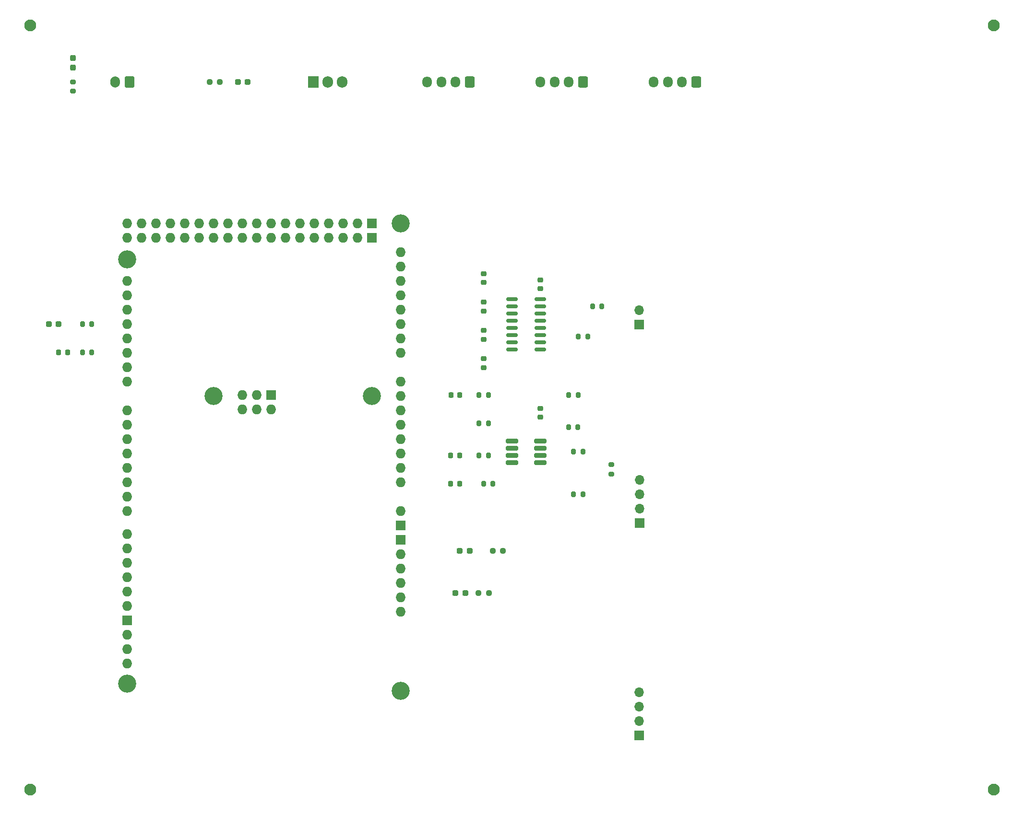
<source format=gbr>
%TF.GenerationSoftware,KiCad,Pcbnew,(7.0.0)*%
%TF.CreationDate,2023-11-10T08:28:01+01:00*%
%TF.ProjectId,AbuDhabi_ElectronBeam,41627544-6861-4626-995f-456c65637472,rev?*%
%TF.SameCoordinates,PXa6e49c0PYcef2840*%
%TF.FileFunction,Soldermask,Top*%
%TF.FilePolarity,Negative*%
%FSLAX46Y46*%
G04 Gerber Fmt 4.6, Leading zero omitted, Abs format (unit mm)*
G04 Created by KiCad (PCBNEW (7.0.0)) date 2023-11-10 08:28:01*
%MOMM*%
%LPD*%
G01*
G04 APERTURE LIST*
G04 Aperture macros list*
%AMRoundRect*
0 Rectangle with rounded corners*
0 $1 Rounding radius*
0 $2 $3 $4 $5 $6 $7 $8 $9 X,Y pos of 4 corners*
0 Add a 4 corners polygon primitive as box body*
4,1,4,$2,$3,$4,$5,$6,$7,$8,$9,$2,$3,0*
0 Add four circle primitives for the rounded corners*
1,1,$1+$1,$2,$3*
1,1,$1+$1,$4,$5*
1,1,$1+$1,$6,$7*
1,1,$1+$1,$8,$9*
0 Add four rect primitives between the rounded corners*
20,1,$1+$1,$2,$3,$4,$5,0*
20,1,$1+$1,$4,$5,$6,$7,0*
20,1,$1+$1,$6,$7,$8,$9,0*
20,1,$1+$1,$8,$9,$2,$3,0*%
G04 Aperture macros list end*
%ADD10RoundRect,0.250000X0.600000X0.750000X-0.600000X0.750000X-0.600000X-0.750000X0.600000X-0.750000X0*%
%ADD11O,1.700000X2.000000*%
%ADD12R,1.905000X2.000000*%
%ADD13O,1.905000X2.000000*%
%ADD14RoundRect,0.200000X0.200000X0.275000X-0.200000X0.275000X-0.200000X-0.275000X0.200000X-0.275000X0*%
%ADD15RoundRect,0.250000X0.600000X0.725000X-0.600000X0.725000X-0.600000X-0.725000X0.600000X-0.725000X0*%
%ADD16O,1.700000X1.950000*%
%ADD17RoundRect,0.200000X-0.200000X-0.275000X0.200000X-0.275000X0.200000X0.275000X-0.200000X0.275000X0*%
%ADD18RoundRect,0.237500X0.287500X0.237500X-0.287500X0.237500X-0.287500X-0.237500X0.287500X-0.237500X0*%
%ADD19RoundRect,0.225000X0.250000X-0.225000X0.250000X0.225000X-0.250000X0.225000X-0.250000X-0.225000X0*%
%ADD20RoundRect,0.237500X-0.250000X-0.237500X0.250000X-0.237500X0.250000X0.237500X-0.250000X0.237500X0*%
%ADD21RoundRect,0.225000X-0.250000X0.225000X-0.250000X-0.225000X0.250000X-0.225000X0.250000X0.225000X0*%
%ADD22RoundRect,0.150000X-0.825000X-0.150000X0.825000X-0.150000X0.825000X0.150000X-0.825000X0.150000X0*%
%ADD23RoundRect,0.218750X0.218750X0.256250X-0.218750X0.256250X-0.218750X-0.256250X0.218750X-0.256250X0*%
%ADD24C,2.100000*%
%ADD25RoundRect,0.237500X0.250000X0.237500X-0.250000X0.237500X-0.250000X-0.237500X0.250000X-0.237500X0*%
%ADD26RoundRect,0.237500X-0.287500X-0.237500X0.287500X-0.237500X0.287500X0.237500X-0.287500X0.237500X0*%
%ADD27R,1.700000X1.700000*%
%ADD28O,1.700000X1.700000*%
%ADD29RoundRect,0.237500X0.237500X-0.287500X0.237500X0.287500X-0.237500X0.287500X-0.237500X-0.287500X0*%
%ADD30RoundRect,0.200000X-0.275000X0.200000X-0.275000X-0.200000X0.275000X-0.200000X0.275000X0.200000X0*%
%ADD31RoundRect,0.143300X-0.943700X-0.253700X0.943700X-0.253700X0.943700X0.253700X-0.943700X0.253700X0*%
%ADD32C,3.200000*%
%ADD33O,1.727200X1.727200*%
%ADD34R,1.727200X1.727200*%
G04 APERTURE END LIST*
D10*
%TO.C,J19*%
X22500000Y130000000D03*
D11*
X19999999Y129999999D03*
%TD*%
D12*
%TO.C,U2*%
X54919999Y129999999D03*
D13*
X57459999Y129999999D03*
X59999999Y129999999D03*
%TD*%
D14*
%TO.C,R13*%
X102475000Y64687000D03*
X100825000Y64687000D03*
%TD*%
D15*
%TO.C,J12*%
X102500000Y130000000D03*
D16*
X99999999Y129999999D03*
X97499999Y129999999D03*
X94999999Y129999999D03*
%TD*%
D17*
%TO.C,R6*%
X14175000Y87187000D03*
X15825000Y87187000D03*
%TD*%
D18*
%TO.C,D6*%
X10000000Y87187000D03*
X8250000Y87187000D03*
%TD*%
D19*
%TO.C,C5*%
X85025000Y89547000D03*
X85025000Y91097000D03*
%TD*%
D18*
%TO.C,D3*%
X82500000Y47187000D03*
X80750000Y47187000D03*
%TD*%
D20*
%TO.C,R4*%
X84087500Y39687000D03*
X85912500Y39687000D03*
%TD*%
D21*
%TO.C,C1*%
X85025000Y96097000D03*
X85025000Y94547000D03*
%TD*%
D22*
%TO.C,U3*%
X90025000Y91632000D03*
X90025000Y90362000D03*
X90025000Y89092000D03*
X90025000Y87822000D03*
X90025000Y86552000D03*
X90025000Y85282000D03*
X90025000Y84012000D03*
X90025000Y82742000D03*
X94975000Y82742000D03*
X94975000Y84012000D03*
X94975000Y85282000D03*
X94975000Y86552000D03*
X94975000Y87822000D03*
X94975000Y89092000D03*
X94975000Y90362000D03*
X94975000Y91632000D03*
%TD*%
D23*
%TO.C,D11*%
X80762500Y64052000D03*
X79187500Y64052000D03*
%TD*%
D24*
%TO.C,REF\u002A\u002A*%
X5000000Y140000000D03*
%TD*%
D20*
%TO.C,R3*%
X86587500Y47187000D03*
X88412500Y47187000D03*
%TD*%
D17*
%TO.C,R14*%
X100000000Y74687000D03*
X101650000Y74687000D03*
%TD*%
%TO.C,R9*%
X84975000Y59052000D03*
X86625000Y59052000D03*
%TD*%
D25*
%TO.C,R1*%
X38450000Y130000000D03*
X36625000Y130000000D03*
%TD*%
D14*
%TO.C,R8*%
X103325000Y85000000D03*
X101675000Y85000000D03*
%TD*%
D23*
%TO.C,D5*%
X11575000Y82187000D03*
X10000000Y82187000D03*
%TD*%
D17*
%TO.C,R11*%
X84150000Y64052000D03*
X85800000Y64052000D03*
%TD*%
D23*
%TO.C,D10*%
X80787500Y74687000D03*
X79212500Y74687000D03*
%TD*%
D24*
%TO.C,REF\u002A\u002A*%
X175000000Y5000000D03*
%TD*%
%TO.C,REF\u002A\u002A*%
X175000000Y140000000D03*
%TD*%
D19*
%TO.C,C2*%
X95000000Y93450000D03*
X95000000Y95000000D03*
%TD*%
D26*
%TO.C,D1*%
X41625000Y130000000D03*
X43375000Y130000000D03*
%TD*%
D17*
%TO.C,R12*%
X84150000Y69687000D03*
X85800000Y69687000D03*
%TD*%
%TO.C,R10*%
X84175000Y74687000D03*
X85825000Y74687000D03*
%TD*%
D15*
%TO.C,J21*%
X122500000Y130000000D03*
D16*
X119999999Y129999999D03*
X117499999Y129999999D03*
X114999999Y129999999D03*
%TD*%
D19*
%TO.C,C6*%
X94975000Y70777000D03*
X94975000Y72327000D03*
%TD*%
D27*
%TO.C,J1*%
X112499999Y52106999D03*
D28*
X112499999Y54646999D03*
X112499999Y57186999D03*
X112499999Y59726999D03*
%TD*%
D23*
%TO.C,D9*%
X80762500Y59052000D03*
X79187500Y59052000D03*
%TD*%
D18*
%TO.C,D4*%
X81750000Y39687000D03*
X80000000Y39687000D03*
%TD*%
D14*
%TO.C,R7*%
X105850000Y90322000D03*
X104200000Y90322000D03*
%TD*%
D29*
%TO.C,D2*%
X12500000Y132500000D03*
X12500000Y134250000D03*
%TD*%
D30*
%TO.C,R2*%
X12500000Y130000000D03*
X12500000Y128350000D03*
%TD*%
D21*
%TO.C,C4*%
X85025000Y81097000D03*
X85025000Y79547000D03*
%TD*%
D31*
%TO.C,U4*%
X90025000Y66592000D03*
X90025000Y65322000D03*
X90025000Y64052000D03*
X90025000Y62782000D03*
X94975000Y62782000D03*
X94975000Y64052000D03*
X94975000Y65322000D03*
X94975000Y66592000D03*
%TD*%
D30*
%TO.C,R17*%
X107475000Y62377000D03*
X107475000Y60727000D03*
%TD*%
D17*
%TO.C,R5*%
X14175000Y82187000D03*
X15825000Y82187000D03*
%TD*%
D32*
%TO.C,A3*%
X70360000Y22490000D03*
X22100000Y23760000D03*
D33*
X70359999Y36459999D03*
D32*
X37340000Y74560000D03*
X65280000Y74560000D03*
X22100000Y98690000D03*
X70360000Y105040000D03*
D33*
X70359999Y44079999D03*
X70359999Y46619999D03*
X42419999Y74686999D03*
X22099999Y102499999D03*
X22099999Y105039999D03*
X70359999Y59319999D03*
X70359999Y61859999D03*
X70359999Y64399999D03*
X70359999Y66939999D03*
X70359999Y69479999D03*
X70359999Y72019999D03*
X70359999Y74559999D03*
X70359999Y77099999D03*
X70359999Y82179999D03*
X70359999Y84719999D03*
X70359999Y87259999D03*
X70359999Y89799999D03*
X70359999Y92339999D03*
X70359999Y94879999D03*
X70359999Y97419999D03*
X70359999Y99959999D03*
X22099999Y32395999D03*
X22099999Y72019999D03*
X22099999Y69479999D03*
X22099999Y66939999D03*
X22099999Y64399999D03*
X22099999Y61859999D03*
X22099999Y59319999D03*
X22099999Y56779999D03*
X22099999Y54239999D03*
X22099999Y50175999D03*
X22099999Y47635999D03*
X22099999Y45095999D03*
X22099999Y42555999D03*
X22099999Y40015999D03*
X22099999Y37475999D03*
X22099999Y77099999D03*
X22099999Y79639999D03*
X22099999Y82179999D03*
X22099999Y84719999D03*
X22099999Y87259999D03*
X22099999Y89799999D03*
X22099999Y92339999D03*
X22099999Y94879999D03*
X24639999Y102499999D03*
X24639999Y105039999D03*
X27179999Y102499999D03*
X27179999Y105039999D03*
X29719999Y102499999D03*
X29719999Y105039999D03*
X32259999Y102499999D03*
X32259999Y105039999D03*
X34799999Y102499999D03*
X34799999Y105039999D03*
X37339999Y102499999D03*
X37339999Y105039999D03*
X39879999Y102499999D03*
X39879999Y105039999D03*
X42419999Y102499999D03*
X42419999Y105039999D03*
X44959999Y102499999D03*
X44959999Y105039999D03*
X47499999Y102499999D03*
X47499999Y105039999D03*
X50039999Y102499999D03*
X50039999Y105039999D03*
X52579999Y102499999D03*
X52579999Y105039999D03*
X55119999Y102499999D03*
X55119999Y105039999D03*
X57659999Y102499999D03*
X57659999Y105039999D03*
X60199999Y102499999D03*
X60199999Y105039999D03*
X62739999Y102499999D03*
X62739999Y105039999D03*
D34*
X22099999Y34935999D03*
X70359999Y49159999D03*
X70359999Y51699999D03*
X47499999Y74686999D03*
X65279999Y102499999D03*
X65279999Y105039999D03*
D33*
X70359999Y38999999D03*
X42419999Y72146999D03*
X44959999Y74686999D03*
X70359999Y41539999D03*
X47499999Y72146999D03*
X44959999Y72146999D03*
X22099999Y27315999D03*
X22099999Y29855999D03*
X70359999Y54239999D03*
%TD*%
D14*
%TO.C,R16*%
X101625000Y69052000D03*
X99975000Y69052000D03*
%TD*%
D17*
%TO.C,R15*%
X100850000Y57187000D03*
X102500000Y57187000D03*
%TD*%
D24*
%TO.C,REF\u002A\u002A*%
X5000000Y5000000D03*
%TD*%
D21*
%TO.C,C3*%
X85025000Y86097000D03*
X85025000Y84547000D03*
%TD*%
D15*
%TO.C,J13*%
X82500000Y130000000D03*
D16*
X79999999Y129999999D03*
X77499999Y129999999D03*
X74999999Y129999999D03*
%TD*%
D27*
%TO.C,J16*%
X112397999Y87146999D03*
D28*
X112397999Y89686999D03*
%TD*%
D27*
%TO.C,J18*%
X112397999Y14592999D03*
D28*
X112397999Y17132999D03*
X112397999Y19672999D03*
X112397999Y22212999D03*
%TD*%
M02*

</source>
